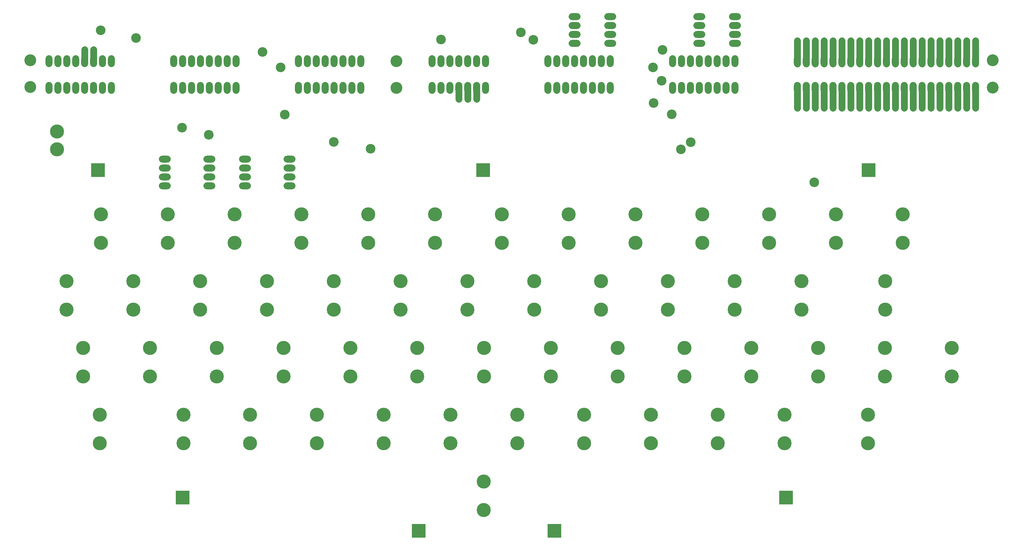
<source format=gbs>
G04*
G04 #@! TF.GenerationSoftware,Altium Limited,Altium Designer,18.1.9 (240)*
G04*
G04 Layer_Color=16711935*
%FSLAX25Y25*%
%MOIN*%
G70*
G01*
G75*
%ADD10C,0.07800*%
%ADD12C,0.15800*%
%ADD13O,0.07800X0.13300*%
%ADD14C,0.10800*%
%ADD15R,0.15800X0.15800*%
%ADD16O,0.13300X0.07800*%
%ADD17C,0.13300*%
%ADD18C,0.05800*%
D10*
X542600Y554800D02*
Y570500D01*
X552600Y554800D02*
Y570500D01*
X562600Y554800D02*
Y570500D01*
X1122800Y594600D02*
Y620300D01*
Y544700D02*
Y570400D01*
X1112800Y594600D02*
Y620300D01*
Y544700D02*
Y570400D01*
X1102800Y594600D02*
Y620300D01*
Y544700D02*
Y570400D01*
X1092800Y594600D02*
Y620300D01*
Y544700D02*
Y570400D01*
X1082800Y594600D02*
Y620300D01*
Y544700D02*
Y570400D01*
X1072800Y594600D02*
Y620300D01*
Y544700D02*
Y570400D01*
X1062800Y594600D02*
Y620300D01*
Y544700D02*
Y570400D01*
X1052800Y594600D02*
Y620300D01*
Y544700D02*
Y570400D01*
X1042800Y594600D02*
Y620300D01*
Y544700D02*
Y570400D01*
X1032800Y594600D02*
Y620300D01*
Y544700D02*
Y570400D01*
X1022800Y594600D02*
Y620300D01*
Y544700D02*
Y570400D01*
X1012800Y594600D02*
Y620300D01*
Y544700D02*
Y570400D01*
X1002800Y594600D02*
Y620300D01*
Y544700D02*
Y570400D01*
X992800Y594600D02*
Y620300D01*
Y544700D02*
Y570400D01*
X982800Y594600D02*
Y620300D01*
Y544700D02*
Y570400D01*
X972800Y594600D02*
Y620300D01*
Y544700D02*
Y570400D01*
X962800Y594600D02*
Y620300D01*
Y544700D02*
Y570400D01*
X952800Y594600D02*
Y620300D01*
Y544700D02*
Y570400D01*
X942800Y594600D02*
Y620300D01*
Y544700D02*
Y570400D01*
X932800Y594600D02*
Y620300D01*
Y544700D02*
Y570400D01*
X922800Y544700D02*
Y570400D01*
Y594600D02*
Y620300D01*
X132600Y594700D02*
Y610400D01*
X122600Y594700D02*
Y610400D01*
D12*
X552500Y350500D02*
D03*
Y318500D02*
D03*
X1002200Y200500D02*
D03*
Y168500D02*
D03*
X908300Y200500D02*
D03*
Y168500D02*
D03*
X833300Y200500D02*
D03*
Y168500D02*
D03*
X758300Y200500D02*
D03*
Y168500D02*
D03*
X683300Y200500D02*
D03*
Y168500D02*
D03*
X608300Y200500D02*
D03*
Y168500D02*
D03*
X533300Y200500D02*
D03*
Y168500D02*
D03*
X458300Y200500D02*
D03*
Y168500D02*
D03*
X383300Y200500D02*
D03*
Y168500D02*
D03*
X308300Y200500D02*
D03*
Y168500D02*
D03*
X139800Y200500D02*
D03*
Y168500D02*
D03*
X1096200Y275500D02*
D03*
Y243500D02*
D03*
X1021200Y275500D02*
D03*
Y243500D02*
D03*
X946200Y275500D02*
D03*
Y243500D02*
D03*
X871200Y275500D02*
D03*
Y243500D02*
D03*
X796200Y275500D02*
D03*
Y243500D02*
D03*
X721200Y275500D02*
D03*
Y243500D02*
D03*
X646200Y275500D02*
D03*
Y243500D02*
D03*
X571200Y275500D02*
D03*
Y243500D02*
D03*
X496200Y275500D02*
D03*
Y243500D02*
D03*
X421200Y275500D02*
D03*
Y243500D02*
D03*
X346200Y275500D02*
D03*
Y243500D02*
D03*
X271200Y275500D02*
D03*
Y243500D02*
D03*
X196200Y275500D02*
D03*
Y243500D02*
D03*
X1021400Y350500D02*
D03*
Y318500D02*
D03*
X927500Y350500D02*
D03*
Y318500D02*
D03*
X852500Y350500D02*
D03*
Y318500D02*
D03*
X777500Y350500D02*
D03*
Y318500D02*
D03*
X702500Y350500D02*
D03*
Y318500D02*
D03*
X627500Y350500D02*
D03*
Y318500D02*
D03*
X477500Y350500D02*
D03*
Y318500D02*
D03*
X402500Y350500D02*
D03*
Y318500D02*
D03*
X327500Y350500D02*
D03*
Y318500D02*
D03*
X252500Y350500D02*
D03*
Y318500D02*
D03*
X177500Y350500D02*
D03*
Y318500D02*
D03*
X570800Y125500D02*
D03*
Y93500D02*
D03*
X1041100Y425500D02*
D03*
Y393500D02*
D03*
X966100Y425500D02*
D03*
Y393500D02*
D03*
X891100Y425500D02*
D03*
Y393500D02*
D03*
X816100Y425500D02*
D03*
Y393500D02*
D03*
X741100Y425500D02*
D03*
Y393500D02*
D03*
X666100Y425500D02*
D03*
Y393500D02*
D03*
X591100Y425500D02*
D03*
Y393500D02*
D03*
X516100Y425500D02*
D03*
Y393500D02*
D03*
X441100Y425500D02*
D03*
Y393500D02*
D03*
X366100Y425500D02*
D03*
Y393500D02*
D03*
X291100Y425500D02*
D03*
Y393500D02*
D03*
X216100Y425500D02*
D03*
Y393500D02*
D03*
X233700Y200500D02*
D03*
Y168500D02*
D03*
X121200Y275500D02*
D03*
Y243500D02*
D03*
X102500Y350500D02*
D03*
Y318500D02*
D03*
X141100Y425500D02*
D03*
Y393500D02*
D03*
X91700Y498500D02*
D03*
Y518500D02*
D03*
D13*
X1122800Y597500D02*
D03*
Y567500D02*
D03*
X1112800Y597500D02*
D03*
Y567500D02*
D03*
X1102800Y597500D02*
D03*
Y567500D02*
D03*
X1092800Y597500D02*
D03*
Y567500D02*
D03*
X1082800Y597500D02*
D03*
Y567500D02*
D03*
X1072800Y597500D02*
D03*
Y567500D02*
D03*
X1062800Y597500D02*
D03*
Y567500D02*
D03*
X1052800Y597500D02*
D03*
Y567500D02*
D03*
X1042800Y597500D02*
D03*
Y567500D02*
D03*
X1032800Y597500D02*
D03*
Y567500D02*
D03*
X1022800Y597500D02*
D03*
Y567500D02*
D03*
X1012800Y597500D02*
D03*
Y567500D02*
D03*
X1002800Y597500D02*
D03*
Y567500D02*
D03*
X992800Y597500D02*
D03*
Y567500D02*
D03*
X982800Y597500D02*
D03*
Y567500D02*
D03*
X972800Y597500D02*
D03*
Y567500D02*
D03*
X962800Y597500D02*
D03*
Y567500D02*
D03*
X952800Y597500D02*
D03*
Y567500D02*
D03*
X942800Y597500D02*
D03*
Y567500D02*
D03*
X932800Y597500D02*
D03*
Y567500D02*
D03*
X922800Y597500D02*
D03*
Y567500D02*
D03*
X512600Y597500D02*
D03*
Y567600D02*
D03*
X522600D02*
D03*
X532600D02*
D03*
X542600D02*
D03*
X552600D02*
D03*
X562600D02*
D03*
X572600D02*
D03*
X552600Y597600D02*
D03*
X542600D02*
D03*
X532600D02*
D03*
X522600D02*
D03*
X562600D02*
D03*
X572600D02*
D03*
X82600D02*
D03*
X92600Y597300D02*
D03*
X152600Y567600D02*
D03*
Y597600D02*
D03*
X112600D02*
D03*
X122600D02*
D03*
X132600D02*
D03*
X142600D02*
D03*
Y567600D02*
D03*
X132600D02*
D03*
X122600D02*
D03*
X112600D02*
D03*
X102600D02*
D03*
X92600D02*
D03*
X82600D02*
D03*
X102600Y597500D02*
D03*
X832600Y567600D02*
D03*
X842600D02*
D03*
X852600D02*
D03*
Y597600D02*
D03*
X842600D02*
D03*
X832600D02*
D03*
X782600Y567600D02*
D03*
X792600D02*
D03*
X802600D02*
D03*
X812600D02*
D03*
X822600D02*
D03*
Y597600D02*
D03*
X812600D02*
D03*
X802600D02*
D03*
X792600D02*
D03*
X782600D02*
D03*
X712600Y567600D02*
D03*
X702600D02*
D03*
X692600D02*
D03*
X682600D02*
D03*
X672600D02*
D03*
X662600D02*
D03*
X652600D02*
D03*
X642600D02*
D03*
Y597600D02*
D03*
X652600D02*
D03*
X662600D02*
D03*
X672600D02*
D03*
X682600D02*
D03*
X692600D02*
D03*
X702600D02*
D03*
X712600D02*
D03*
X412600Y567600D02*
D03*
X422600D02*
D03*
X432600D02*
D03*
Y597600D02*
D03*
X422600D02*
D03*
X412600D02*
D03*
X362600Y567600D02*
D03*
X372600D02*
D03*
X382600D02*
D03*
X392600D02*
D03*
X402600D02*
D03*
Y597600D02*
D03*
X392600D02*
D03*
X382600D02*
D03*
X372600D02*
D03*
X362600D02*
D03*
X282600Y567600D02*
D03*
X292600D02*
D03*
Y597600D02*
D03*
X282600D02*
D03*
X252600Y567600D02*
D03*
X262600D02*
D03*
X272600D02*
D03*
Y597600D02*
D03*
X262600D02*
D03*
X252600D02*
D03*
X222600Y567600D02*
D03*
X232600D02*
D03*
X242600D02*
D03*
Y597600D02*
D03*
X232600D02*
D03*
X222600D02*
D03*
D14*
X941700Y461500D02*
D03*
X791900Y498600D02*
D03*
X802900Y506300D02*
D03*
X781700Y537900D02*
D03*
X443800Y499200D02*
D03*
X402300Y506700D02*
D03*
X347300Y537300D02*
D03*
X262200Y514800D02*
D03*
X232200Y522900D02*
D03*
X140700Y632000D02*
D03*
X180300Y623400D02*
D03*
X322400Y607700D02*
D03*
X342800Y590400D02*
D03*
X522700Y621800D02*
D03*
X612300Y629900D02*
D03*
X626500Y621400D02*
D03*
X761300Y550400D02*
D03*
X770400Y575600D02*
D03*
X760600Y590600D02*
D03*
X771300Y610200D02*
D03*
D15*
X650100Y70100D02*
D03*
X497600D02*
D03*
X910100Y107600D02*
D03*
X232600D02*
D03*
X137600Y475100D02*
D03*
X570100D02*
D03*
X1002600D02*
D03*
D16*
X812600Y617600D02*
D03*
Y627600D02*
D03*
Y637600D02*
D03*
Y647600D02*
D03*
X852600D02*
D03*
Y637600D02*
D03*
Y627600D02*
D03*
Y617600D02*
D03*
X712600D02*
D03*
Y627600D02*
D03*
Y637600D02*
D03*
Y647600D02*
D03*
X672600D02*
D03*
Y637600D02*
D03*
Y627600D02*
D03*
Y617600D02*
D03*
X352600Y457600D02*
D03*
Y467600D02*
D03*
Y477600D02*
D03*
Y487600D02*
D03*
X302600Y457600D02*
D03*
Y467600D02*
D03*
Y477600D02*
D03*
Y487600D02*
D03*
X262600Y457600D02*
D03*
Y467600D02*
D03*
Y477600D02*
D03*
Y487600D02*
D03*
X212600Y457600D02*
D03*
Y467600D02*
D03*
Y477600D02*
D03*
Y487600D02*
D03*
D17*
X472600Y567600D02*
D03*
Y597600D02*
D03*
X61700Y598500D02*
D03*
Y568500D02*
D03*
X1142200Y567700D02*
D03*
Y598300D02*
D03*
D18*
X542600Y557600D02*
D03*
X552600D02*
D03*
X562600D02*
D03*
X1122900Y617500D02*
D03*
X1122800Y607500D02*
D03*
Y557500D02*
D03*
X1122700Y547500D02*
D03*
X1112900Y617500D02*
D03*
X1112800Y607500D02*
D03*
Y557500D02*
D03*
X1112700Y547500D02*
D03*
X1102900Y617500D02*
D03*
X1102800Y607500D02*
D03*
Y557500D02*
D03*
X1102700Y547500D02*
D03*
X1092900Y617500D02*
D03*
X1092800Y607500D02*
D03*
Y557500D02*
D03*
X1092700Y547500D02*
D03*
X1082900Y617500D02*
D03*
X1082800Y607500D02*
D03*
Y557500D02*
D03*
X1082700Y547500D02*
D03*
X1072900Y617500D02*
D03*
X1072800Y607500D02*
D03*
Y557500D02*
D03*
X1072700Y547500D02*
D03*
X1062900Y617500D02*
D03*
X1062800Y607500D02*
D03*
Y557500D02*
D03*
X1062700Y547500D02*
D03*
X1052900Y617500D02*
D03*
X1052800Y607500D02*
D03*
Y557500D02*
D03*
X1052700Y547500D02*
D03*
X1042900Y617500D02*
D03*
X1042800Y607500D02*
D03*
Y557500D02*
D03*
X1042700Y547500D02*
D03*
X1032900Y617500D02*
D03*
X1032800Y607500D02*
D03*
Y557500D02*
D03*
X1032700Y547500D02*
D03*
X1022900Y617500D02*
D03*
X1022800Y607500D02*
D03*
Y557500D02*
D03*
X1022700Y547500D02*
D03*
X1012900Y617500D02*
D03*
X1012800Y607500D02*
D03*
Y557500D02*
D03*
X1012700Y547500D02*
D03*
X1002900Y617500D02*
D03*
X1002800Y607500D02*
D03*
Y557500D02*
D03*
X1002700Y547500D02*
D03*
X992900Y617500D02*
D03*
X992800Y607500D02*
D03*
Y557500D02*
D03*
X992700Y547500D02*
D03*
X982900Y617500D02*
D03*
X982800Y607500D02*
D03*
Y557500D02*
D03*
X982700Y547500D02*
D03*
X972900Y617500D02*
D03*
X972800Y607500D02*
D03*
Y557500D02*
D03*
X972700Y547500D02*
D03*
X962900Y617500D02*
D03*
X962800Y607500D02*
D03*
Y557500D02*
D03*
X962700Y547500D02*
D03*
X952900Y617500D02*
D03*
X952800Y607500D02*
D03*
Y557500D02*
D03*
X952700Y547500D02*
D03*
X942900Y617500D02*
D03*
X942800Y607500D02*
D03*
Y557500D02*
D03*
X942700Y547500D02*
D03*
X932900Y617500D02*
D03*
X932800Y607500D02*
D03*
Y557500D02*
D03*
X932700Y547500D02*
D03*
X922700D02*
D03*
X922800Y557500D02*
D03*
Y607500D02*
D03*
X922900Y617500D02*
D03*
X132600Y607600D02*
D03*
X122600D02*
D03*
M02*

</source>
